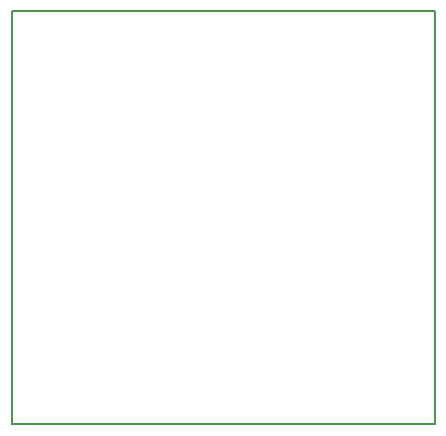
<source format=gko>
G04*
G04 #@! TF.GenerationSoftware,Altium Limited,Altium Designer,18.1.6 (161)*
G04*
G04 Layer_Color=16711935*
%FSLAX24Y24*%
%MOIN*%
G70*
G01*
G75*
%ADD12C,0.0079*%
D12*
X27008Y25315D02*
Y39094D01*
X41102D01*
Y25315D02*
Y39094D01*
X27008Y25315D02*
X41102D01*
M02*

</source>
